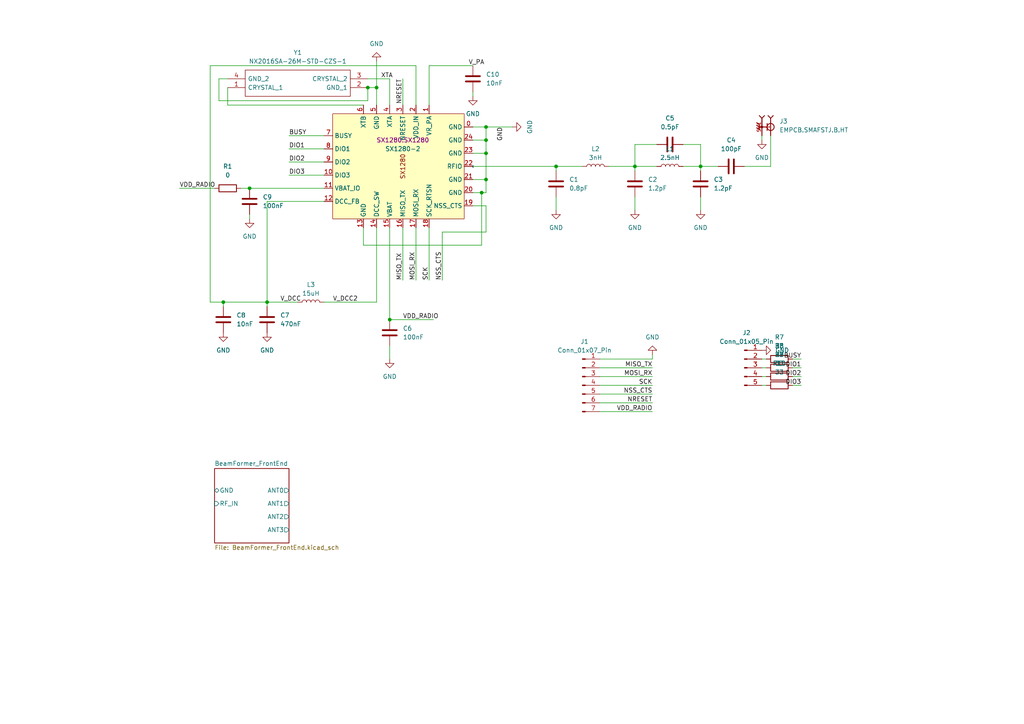
<source format=kicad_sch>
(kicad_sch (version 20230121) (generator eeschema)
  (paper "A4")
  (lib_symbols
    (symbol "Connector:Conn_01x05_Pin" (pin_names (offset 1.016) hide)
      (property "Reference" "J" (at 0 7.62 0))
      (property "Value" "Conn_01x05_Pin" (at 0 -7.62 0))
      (symbol "Conn_01x05_Pin_1_1"
        (polyline (pts (xy 1.27 -5.08) (xy 0.8636 -5.08)) (stroke (width 0.1524)))
        (polyline (pts (xy 1.27 -2.54) (xy 0.8636 -2.54)) (stroke (width 0.1524)))
        (polyline (pts (xy 1.27 0) (xy 0.8636 0)) (stroke (width 0.1524)))
        (polyline (pts (xy 1.27 2.54) (xy 0.8636 2.54)) (stroke (width 0.1524)))
        (polyline (pts (xy 1.27 5.08) (xy 0.8636 5.08)) (stroke (width 0.1524)))
        (rectangle (start 0.8636 -4.953) (end 0 -5.207) (stroke (width 0.1524)) (fill (type outline)))
        (rectangle (start 0.8636 -2.413) (end 0 -2.667) (stroke (width 0.1524)) (fill (type outline)))
        (rectangle (start 0.8636 0.127) (end 0 -0.127) (stroke (width 0.1524)) (fill (type outline)))
        (rectangle (start 0.8636 2.667) (end 0 2.413) (stroke (width 0.1524)) (fill (type outline)))
        (rectangle (start 0.8636 5.207) (end 0 4.953) (stroke (width 0.1524)) (fill (type outline)))
        (pin passive line (at 5.08 5.08 180) (length 3.81) (name "Pin_1") (number "1"))
        (pin passive line (at 5.08 2.54 180) (length 3.81) (name "Pin_2") (number "2"))
        (pin passive line (at 5.08 0 180) (length 3.81) (name "Pin_3") (number "3"))
        (pin passive line (at 5.08 -2.54 180) (length 3.81) (name "Pin_4") (number "4"))
        (pin passive line (at 5.08 -5.08 180) (length 3.81) (name "Pin_5") (number "5"))
      )
    )
    (symbol "Connector:Conn_01x07_Pin" (pin_names (offset 1.016) hide)
      (property "Reference" "J" (at 0 10.16 0))
      (property "Value" "Conn_01x07_Pin" (at 0 -10.16 0))
      (symbol "Conn_01x07_Pin_1_1"
        (polyline (pts (xy 1.27 -7.62) (xy 0.8636 -7.62)) (stroke (width 0.1524)))
        (polyline (pts (xy 1.27 -5.08) (xy 0.8636 -5.08)) (stroke (width 0.1524)))
        (polyline (pts (xy 1.27 -2.54) (xy 0.8636 -2.54)) (stroke (width 0.1524)))
        (polyline (pts (xy 1.27 0) (xy 0.8636 0)) (stroke (width 0.1524)))
        (polyline (pts (xy 1.27 2.54) (xy 0.8636 2.54)) (stroke (width 0.1524)))
        (polyline (pts (xy 1.27 5.08) (xy 0.8636 5.08)) (stroke (width 0.1524)))
        (polyline (pts (xy 1.27 7.62) (xy 0.8636 7.62)) (stroke (width 0.1524)))
        (rectangle (start 0.8636 -7.493) (end 0 -7.747) (stroke (width 0.1524)) (fill (type outline)))
        (rectangle (start 0.8636 -4.953) (end 0 -5.207) (stroke (width 0.1524)) (fill (type outline)))
        (rectangle (start 0.8636 -2.413) (end 0 -2.667) (stroke (width 0.1524)) (fill (type outline)))
        (rectangle (start 0.8636 0.127) (end 0 -0.127) (stroke (width 0.1524)) (fill (type outline)))
        (rectangle (start 0.8636 2.667) (end 0 2.413) (stroke (width 0.1524)) (fill (type outline)))
        (rectangle (start 0.8636 5.207) (end 0 4.953) (stroke (width 0.1524)) (fill (type outline)))
        (rectangle (start 0.8636 7.747) (end 0 7.493) (stroke (width 0.1524)) (fill (type outline)))
        (pin passive line (at 5.08 7.62 180) (length 3.81) (name "Pin_1") (number "1"))
        (pin passive line (at 5.08 5.08 180) (length 3.81) (name "Pin_2") (number "2"))
        (pin passive line (at 5.08 2.54 180) (length 3.81) (name "Pin_3") (number "3"))
        (pin passive line (at 5.08 0 180) (length 3.81) (name "Pin_4") (number "4"))
        (pin passive line (at 5.08 -2.54 180) (length 3.81) (name "Pin_5") (number "5"))
        (pin passive line (at 5.08 -5.08 180) (length 3.81) (name "Pin_6") (number "6"))
        (pin passive line (at 5.08 -7.62 180) (length 3.81) (name "Pin_7") (number "7"))
      )
    )
    (symbol "Device:C" (pin_numbers hide) (pin_names (offset 0.254))
      (property "Reference" "C" (at 0.635 2.54 0))
      (property "Value" "C" (at 0.635 -2.54 0))
      (symbol "C_0_1"
        (polyline (pts (xy -2.032 -0.762) (xy 2.032 -0.762)) (stroke (width 0.508)))
        (polyline (pts (xy -2.032 0.762) (xy 2.032 0.762)) (stroke (width 0.508)))
      )
      (symbol "C_1_1"
        (pin passive line (at 0 3.81 270) (length 2.794) (name "~") (number "1"))
        (pin passive line (at 0 -3.81 90) (length 2.794) (name "~") (number "2"))
      )
    )
    (symbol "Device:L" (pin_numbers hide) (pin_names (offset 1.016) hide)
      (property "Reference" "L" (at -1.27 0 90))
      (property "Value" "L" (at 1.905 0 90))
      (symbol "L_0_1"
        (arc (start 0 -2.54) (mid 0.6323 -1.905) (end 0 -1.27))
        (arc (start 0 -1.27) (mid 0.6323 -0.635) (end 0 0))
        (arc (start 0 0) (mid 0.6323 0.635) (end 0 1.27))
        (arc (start 0 1.27) (mid 0.6323 1.905) (end 0 2.54))
      )
      (symbol "L_1_1"
        (pin passive line (at 0 3.81 270) (length 1.27) (name "1") (number "1"))
        (pin passive line (at 0 -3.81 90) (length 1.27) (name "2") (number "2"))
      )
    )
    (symbol "Device:R" (pin_numbers hide) (pin_names (offset 0))
      (property "Reference" "R" (at 2.032 0 90))
      (property "Value" "R" (at 0 0 90))
      (symbol "R_0_1"
        (rectangle (start -1.016 -2.54) (end 1.016 2.54) (stroke (width 0.254)))
      )
      (symbol "R_1_1"
        (pin passive line (at 0 3.81 270) (length 1.27) (name "~") (number "1"))
        (pin passive line (at 0 -3.81 90) (length 1.27) (name "~") (number "2"))
      )
    )
    (symbol "EMPCB.SMAFSTJ.B.HT:EMPCB.SMAFSTJ.B.HT" (pin_names (offset 1.016))
      (property "Reference" "J" (at -3.8103 4.0644 0))
      (property "Value" "EMPCB.SMAFSTJ.B.HT" (at -4.067 -4.3211 0))
      (symbol "EMPCB.SMAFSTJ.B.HT_0_0"
        (polyline (pts (xy -3.302 -0.762) (xy -2.54 0)) (stroke (width 0.254)))
        (polyline (pts (xy -3.302 0.762) (xy -2.54 0)) (stroke (width 0.254)))
        (polyline (pts (xy -3.302 1.778) (xy -2.54 2.54)) (stroke (width 0.254)))
        (polyline (pts (xy -3.302 3.302) (xy -2.54 2.54)) (stroke (width 0.254)))
        (polyline (pts (xy -2.54 0) (xy 0 0)) (stroke (width 0.254)))
        (polyline (pts (xy -2.54 2.54) (xy 2.54 2.54)) (stroke (width 0.254)))
        (polyline (pts (xy -1.016 1.524) (xy 0 1.524)) (stroke (width 0.254)))
        (polyline (pts (xy -0.762 -0.762) (xy -1.27 -1.524)) (stroke (width 0.254)))
        (polyline (pts (xy 0 -0.762) (xy -0.762 -0.762)) (stroke (width 0.254)))
        (polyline (pts (xy 0 -0.762) (xy -0.508 -1.524)) (stroke (width 0.254)))
        (polyline (pts (xy 0 -0.762) (xy 0.762 -0.762)) (stroke (width 0.254)))
        (polyline (pts (xy 0 0) (xy -2.286 0)) (stroke (width 0.254)))
        (polyline (pts (xy 0 0) (xy 0 -0.762)) (stroke (width 0.254)))
        (polyline (pts (xy 0 1.524) (xy 0 0)) (stroke (width 0.254)))
        (polyline (pts (xy 0 1.524) (xy 1.016 1.524)) (stroke (width 0.254)))
        (polyline (pts (xy 0.762 -0.762) (xy 0.254 -1.524)) (stroke (width 0.254)))
        (polyline (pts (xy 2.54 0) (xy 0 0)) (stroke (width 0.254)))
        (circle (center 0 0) (radius 0.254) (stroke (width 0.254)))
        (circle (center 0 2.54) (radius 1.016) (stroke (width 0.254)))
        (pin passive line (at 2.54 2.54 180) (length 5.08) (name "~") (number "1"))
        (pin passive line (at 2.54 0 180) (length 5.08) (name "~") (number "SH1"))
      )
    )
    (symbol "NX2016SA-26M-STD-CZS-1:NX2016SA-26M-STD-CZS-1" (pin_names (offset 0.762))
      (property "Reference" "Y" (at 36.83 7.62 0))
      (property "Value" "NX2016SA-26M-STD-CZS-1" (at 36.83 5.08 0))
      (symbol "NX2016SA-26M-STD-CZS-1_0_0"
        (pin passive line (at 0 -2.54 0) (length 5.08) (name "CRYSTAL_1") (number "1"))
        (pin passive line (at 40.64 -2.54 180) (length 5.08) (name "GND_1") (number "2"))
        (pin passive line (at 40.64 0 180) (length 5.08) (name "CRYSTAL_2") (number "3"))
        (pin passive line (at 0 0 0) (length 5.08) (name "GND_2") (number "4"))
      )
      (symbol "NX2016SA-26M-STD-CZS-1_0_1"
        (polyline (pts (xy 5.08 2.54) (xy 35.56 2.54) (xy 35.56 -5.08) (xy 5.08 -5.08) (xy 5.08 2.54)) (stroke (width 0.1524)))
      )
    )
    (symbol "SX1280_3"
      (property "Reference" "SX1280-" (at 0 13.97 0))
      (property "Footprint" "SX1280:SX1280" (at 0 2.54 0))
      (symbol "SX1280_3_1_1"
        (rectangle (start -15.24 0) (end 15.24 -38.1) (fill (type background)))
        (text "SX1280\n" (at 0 -17.78 0) (effects (font (size 1.27 1.27))))
        (pin bidirectional line (at -11.43 2.54 270) (length 2.54) (name "GND") (number "0"))
        (pin bidirectional line (at -17.78 -10.16 0) (length 2.54) (name "VR_PA") (number "1"))
        (pin bidirectional line (at 2.54 -40.64 90) (length 2.54) (name "DIO3") (number "10"))
        (pin input line (at 6.35 -40.64 90) (length 2.54) (name "VBAT_IO") (number "11"))
        (pin output line (at 10.16 -40.64 90) (length 2.54) (name "DCC_FB") (number "12"))
        (pin bidirectional line (at 17.78 -29.21 180) (length 2.54) (name "GND") (number "13"))
        (pin input line (at 17.78 -25.4 180) (length 2.54) (name "DCC_SW") (number "14"))
        (pin input line (at 17.78 -21.59 180) (length 2.54) (name "VBAT") (number "15"))
        (pin input line (at 17.78 -17.78 180) (length 2.54) (name "MISO_TX") (number "16"))
        (pin input line (at 17.78 -13.97 180) (length 2.54) (name "MOSI_RX") (number "17"))
        (pin input line (at 17.78 -10.16 180) (length 2.54) (name "SCK_RTSN") (number "18"))
        (pin input line (at 11.43 2.54 270) (length 2.54) (name "NSS_CTS") (number "19"))
        (pin input line (at -17.78 -13.97 0) (length 2.54) (name "VDD_IN") (number "2"))
        (pin bidirectional line (at 7.62 2.54 270) (length 2.54) (name "GND") (number "20"))
        (pin bidirectional line (at 3.81 2.54 270) (length 2.54) (name "GND") (number "21"))
        (pin bidirectional line (at 0 2.54 270) (length 2.54) (name "RFIO") (number "22"))
        (pin bidirectional line (at -3.81 2.54 270) (length 2.54) (name "GND") (number "23"))
        (pin bidirectional line (at -7.62 2.54 270) (length 2.54) (name "GND") (number "24"))
        (pin input line (at -17.78 -17.78 0) (length 2.54) (name "NRESET") (number "3"))
        (pin bidirectional line (at -17.78 -21.59 0) (length 2.54) (name "XTA") (number "4"))
        (pin bidirectional line (at -17.78 -25.4 0) (length 2.54) (name "GND") (number "5"))
        (pin bidirectional line (at -17.78 -29.21 0) (length 2.54) (name "XTB") (number "6"))
        (pin output line (at -8.89 -40.64 90) (length 2.54) (name "BUSY") (number "7"))
        (pin bidirectional line (at -5.08 -40.64 90) (length 2.54) (name "DIO1") (number "8"))
        (pin bidirectional line (at -1.27 -40.64 90) (length 2.54) (name "DIO2") (number "9"))
      )
    )
    (symbol "power:GND" (power) (pin_names (offset 0))
      (property "Value" "GND" (at 0 -3.81 0))
      (symbol "GND_0_1"
        (polyline (pts (xy 0 0) (xy 0 -1.27) (xy 1.27 -1.27) (xy 0 -2.54) (xy -1.27 -1.27) (xy 0 -1.27)))
      )
      (symbol "GND_1_1"
        (pin power_in line (at 0 0 270) (length 0) hide (name "GND") (number "1"))
      )
    )
  )
  (junction (at 140.97 44.45))
  (junction (at 77.47 87.63))
  (junction (at 72.39 54.61))
  (junction (at 140.97 36.83))
  (junction (at 64.77 87.63))
  (junction (at 109.22 25.4))
  (junction (at 140.97 40.64))
  (junction (at 113.03 92.71))
  (junction (at 139.7 55.88))
  (junction (at 161.29 48.26))
  (junction (at 203.2 48.26))
  (junction (at 106.68 25.4))
  (junction (at 140.97 52.07))
  (junction (at 184.15 48.26))
  (wire (pts (xy 220.98 39.37) (xy 220.98 40.64)))
  (wire (pts (xy 173.99 114.3) (xy 189.23 114.3)))
  (wire (pts (xy 83.82 43.18) (xy 93.98 43.18)))
  (wire (pts (xy 140.97 36.83) (xy 140.97 40.64)))
  (wire (pts (xy 83.82 50.8) (xy 93.98 50.8)))
  (wire (pts (xy 137.16 26.67) (xy 137.16 27.94)))
  (wire (pts (xy 105.41 66.04) (xy 105.41 71.12)))
  (wire (pts (xy 128.27 67.31) (xy 128.27 81.28)))
  (wire (pts (xy 66.04 30.48) (xy 105.41 30.48)))
  (wire (pts (xy 69.85 54.61) (xy 72.39 54.61)))
  (wire (pts (xy 120.65 66.04) (xy 120.65 81.28)))
  (wire (pts (xy 184.15 48.26) (xy 190.5 48.26)))
  (wire (pts (xy 64.77 87.63) (xy 60.96 87.63)))
  (wire (pts (xy 223.52 39.37) (xy 223.52 48.26)))
  (wire (pts (xy 229.87 109.22) (xy 232.41 109.22)))
  (wire (pts (xy 72.39 54.61) (xy 93.98 54.61)))
  (wire (pts (xy 60.96 19.05) (xy 120.65 19.05)))
  (wire (pts (xy 184.15 48.26) (xy 184.15 49.53)))
  (wire (pts (xy 198.12 41.91) (xy 203.2 41.91)))
  (wire (pts (xy 140.97 55.88) (xy 140.97 52.07)))
  (wire (pts (xy 168.91 48.26) (xy 161.29 48.26)))
  (wire (pts (xy 77.47 58.42) (xy 77.47 87.63)))
  (wire (pts (xy 140.97 44.45) (xy 137.16 44.45)))
  (wire (pts (xy 161.29 48.26) (xy 161.29 49.53)))
  (wire (pts (xy 52.07 54.61) (xy 62.23 54.61)))
  (wire (pts (xy 83.82 39.37) (xy 93.98 39.37)))
  (wire (pts (xy 124.46 30.48) (xy 124.46 19.05)))
  (wire (pts (xy 113.03 100.33) (xy 113.03 104.14)))
  (wire (pts (xy 93.98 58.42) (xy 77.47 58.42)))
  (wire (pts (xy 116.84 66.04) (xy 116.84 81.28)))
  (wire (pts (xy 190.5 41.91) (xy 184.15 41.91)))
  (wire (pts (xy 66.04 25.4) (xy 66.04 30.48)))
  (wire (pts (xy 203.2 57.15) (xy 203.2 60.96)))
  (wire (pts (xy 184.15 41.91) (xy 184.15 48.26)))
  (wire (pts (xy 113.03 30.48) (xy 113.03 22.86)))
  (wire (pts (xy 139.7 71.12) (xy 139.7 55.88)))
  (wire (pts (xy 215.9 48.26) (xy 223.52 48.26)))
  (wire (pts (xy 77.47 87.63) (xy 77.47 88.9)))
  (wire (pts (xy 173.99 119.38) (xy 189.23 119.38)))
  (wire (pts (xy 203.2 41.91) (xy 203.2 48.26)))
  (wire (pts (xy 72.39 62.23) (xy 72.39 63.5)))
  (wire (pts (xy 124.46 66.04) (xy 124.46 81.28)))
  (wire (pts (xy 106.68 29.21) (xy 106.68 25.4)))
  (wire (pts (xy 137.16 48.26) (xy 161.29 48.26)))
  (wire (pts (xy 184.15 57.15) (xy 184.15 60.96)))
  (wire (pts (xy 137.16 52.07) (xy 140.97 52.07)))
  (wire (pts (xy 120.65 19.05) (xy 120.65 30.48)))
  (wire (pts (xy 140.97 40.64) (xy 137.16 40.64)))
  (wire (pts (xy 124.46 19.05) (xy 137.16 19.05)))
  (wire (pts (xy 64.77 87.63) (xy 64.77 88.9)))
  (wire (pts (xy 140.97 67.31) (xy 128.27 67.31)))
  (wire (pts (xy 229.87 106.68) (xy 232.41 106.68)))
  (wire (pts (xy 176.53 48.26) (xy 184.15 48.26)))
  (wire (pts (xy 220.98 109.22) (xy 222.25 109.22)))
  (wire (pts (xy 140.97 59.69) (xy 140.97 67.31)))
  (wire (pts (xy 113.03 66.04) (xy 113.03 92.71)))
  (wire (pts (xy 83.82 46.99) (xy 93.98 46.99)))
  (wire (pts (xy 116.84 22.86) (xy 116.84 30.48)))
  (wire (pts (xy 173.99 109.22) (xy 189.23 109.22)))
  (wire (pts (xy 161.29 57.15) (xy 161.29 60.96)))
  (wire (pts (xy 63.5 29.21) (xy 106.68 29.21)))
  (wire (pts (xy 77.47 87.63) (xy 86.36 87.63)))
  (wire (pts (xy 113.03 92.71) (xy 125.73 92.71)))
  (wire (pts (xy 106.68 25.4) (xy 109.22 25.4)))
  (wire (pts (xy 220.98 111.76) (xy 222.25 111.76)))
  (wire (pts (xy 109.22 66.04) (xy 109.22 87.63)))
  (wire (pts (xy 60.96 87.63) (xy 60.96 19.05)))
  (wire (pts (xy 105.41 71.12) (xy 139.7 71.12)))
  (wire (pts (xy 173.99 104.14) (xy 189.23 104.14)))
  (wire (pts (xy 203.2 48.26) (xy 208.28 48.26)))
  (wire (pts (xy 229.87 104.14) (xy 232.41 104.14)))
  (wire (pts (xy 63.5 22.86) (xy 63.5 29.21)))
  (wire (pts (xy 109.22 87.63) (xy 93.98 87.63)))
  (wire (pts (xy 140.97 36.83) (xy 137.16 36.83)))
  (wire (pts (xy 137.16 59.69) (xy 140.97 59.69)))
  (wire (pts (xy 189.23 102.87) (xy 189.23 104.14)))
  (wire (pts (xy 140.97 40.64) (xy 140.97 44.45)))
  (wire (pts (xy 64.77 87.63) (xy 77.47 87.63)))
  (wire (pts (xy 109.22 17.78) (xy 109.22 25.4)))
  (wire (pts (xy 148.59 36.83) (xy 140.97 36.83)))
  (wire (pts (xy 229.87 111.76) (xy 232.41 111.76)))
  (wire (pts (xy 220.98 106.68) (xy 222.25 106.68)))
  (wire (pts (xy 198.12 48.26) (xy 203.2 48.26)))
  (wire (pts (xy 173.99 111.76) (xy 189.23 111.76)))
  (wire (pts (xy 137.16 55.88) (xy 139.7 55.88)))
  (wire (pts (xy 220.98 104.14) (xy 222.25 104.14)))
  (wire (pts (xy 203.2 48.26) (xy 203.2 49.53)))
  (wire (pts (xy 113.03 22.86) (xy 106.68 22.86)))
  (wire (pts (xy 140.97 52.07) (xy 140.97 44.45)))
  (wire (pts (xy 173.99 106.68) (xy 189.23 106.68)))
  (wire (pts (xy 109.22 25.4) (xy 109.22 30.48)))
  (wire (pts (xy 139.7 55.88) (xy 140.97 55.88)))
  (wire (pts (xy 173.99 116.84) (xy 189.23 116.84)))
  (wire (pts (xy 66.04 22.86) (xy 63.5 22.86)))
  (label "BUSY" (at 232.41 104.14 180))
  (label "V_PA" (at 135.89 19.05 0))
  (label "NSS_CTS" (at 189.23 114.3 180))
  (label "NRESET" (at 189.23 116.84 180))
  (label "DIO3" (at 232.41 111.76 180))
  (label "V_DCC2" (at 96.52 87.63 0))
  (label "DIO2" (at 232.41 109.22 180))
  (label "MISO_TX" (at 116.84 81.28 90))
  (label "SCK" (at 124.46 81.28 90))
  (label "MISO_TX" (at 189.23 106.68 180))
  (label "VDD_RADIO" (at 116.84 92.71 0))
  (label "DIO2" (at 83.82 46.99 0))
  (label "BUSY" (at 83.82 39.37 0))
  (label "DIO1" (at 232.41 106.68 180))
  (label "DIO3" (at 83.82 50.8 0))
  (label "MOSI_RX" (at 120.65 81.28 90))
  (label "XTA" (at 110.49 22.86 0))
  (label "DIO1" (at 83.82 43.18 0))
  (label "GND" (at 146.05 36.83 270))
  (label "V_DCC" (at 81.28 87.63 0))
  (label "VDD_RADIO" (at 52.07 54.61 0))
  (label "NRESET" (at 116.84 22.86 270))
  (label "MOSI_RX" (at 189.23 109.22 180))
  (label "VDD_RADIO" (at 189.23 119.38 180))
  (label "SCK" (at 189.23 111.76 180))
  (label "NSS_CTS" (at 128.27 81.28 90))
  (symbol (lib_id "Device:C") (at 203.2 53.34 0) (unit 1)
    (property "Reference" "C3" (at 207.01 52.07 0) (effects (justify left)))
    (property "Value" "1.2pF" (at 207.01 54.61 0) (effects (justify left)))
    (property "Footprint" "Capacitor_SMD:C_0402_1005Metric" (effects hide))
  )
  (symbol (lib_id "Device:C") (at 212.09 48.26 90) (unit 1)
    (property "Reference" "C4" (at 212.09 40.64 90))
    (property "Value" "100pF" (at 212.09 43.18 90))
    (property "Footprint" "Capacitor_SMD:C_0402_1005Metric" (effects hide))
  )
  (symbol (lib_id "power:GND") (at 184.15 60.96 0) (unit 1)
    (property "Reference" "#PWR03" (effects hide))
    (property "Value" "GND" (at 184.15 66.04 0))
  )
  (symbol (lib_id "power:GND") (at 148.59 36.83 90) (unit 1)
    (property "Reference" "#PWR01" (effects hide))
    (property "Value" "GND" (at 153.67 36.83 0))
  )
  (symbol (lib_id "Device:C") (at 184.15 53.34 0) (unit 1)
    (property "Reference" "C2" (at 187.96 52.07 0) (effects (justify left)))
    (property "Value" "1.2pF" (at 187.96 54.61 0) (effects (justify left)))
    (property "Footprint" "Capacitor_SMD:C_0402_1005Metric" (effects hide))
  )
  (symbol (lib_id "Device:C") (at 137.16 22.86 0) (unit 1)
    (property "Reference" "C10" (at 140.97 21.59 0) (effects (justify left)))
    (property "Value" "10nF" (at 140.97 24.13 0) (effects (justify left)))
    (property "Footprint" "Capacitor_SMD:C_0402_1005Metric" (effects hide))
  )
  (symbol (lib_id "power:GND") (at 137.16 27.94 0) (unit 1)
    (property "Reference" "#PWR09" (effects hide))
    (property "Value" "GND" (at 137.16 33.02 0))
  )
  (symbol (lib_id "Device:R") (at 226.06 106.68 90) (unit 1)
    (property "Reference" "R8" (at 226.06 100.33 90))
    (property "Value" "33" (at 226.06 102.87 90))
    (property "Footprint" "Resistor_SMD:R_0402_1005Metric" (effects hide))
  )
  (symbol (lib_id "NX2016SA-26M-STD-CZS-1:NX2016SA-26M-STD-CZS-1") (at 66.04 22.86 0) (unit 1)
    (property "Reference" "Y1" (at 86.36 15.24 0))
    (property "Value" "NX2016SA-26M-STD-CZS-1" (at 86.36 17.78 0))
    (property "Footprint" "NX2016SA26MSTDCZS1" (effects hide))
    (property "Datasheet" "https://www.mouser.in/datasheet/2/905/c_NX2016SA_STD_CZS_1_e-1387356.pdf" (effects hide))
    (property "Description" "NDK 26MHz Crystal Unit +/-15ppm SMD 4-Pin 2 x 1.6 x 0.45mm" (effects hide))
    (property "Height" "0.5" (effects hide))
    (property "Mouser Part Number" "344-NX2016SA26MSTZS1" (effects hide))
    (property "Mouser Price/Stock" "https://www.mouser.co.uk/ProductDetail/NDK/NX2016SA-26M-STD-CZS-1?qs=w%2Fv1CP2dgqrS4nh%252B37d6Xg%3D%3D" (effects hide))
    (property "Manufacturer_Name" "NDK" (effects hide))
    (property "Manufacturer_Part_Number" "NX2016SA-26M-STD-CZS-1" (effects hide))
  )
  (symbol (lib_id "Device:R") (at 226.06 104.14 90) (unit 1)
    (property "Reference" "R7" (at 226.06 97.79 90))
    (property "Value" "33" (at 226.06 100.33 90))
    (property "Footprint" "Resistor_SMD:R_0402_1005Metric" (effects hide))
  )
  (symbol (lib_id "Device:C") (at 72.39 58.42 0) (unit 1)
    (property "Reference" "C9" (at 76.2 57.15 0) (effects (justify left)))
    (property "Value" "100nF" (at 76.2 59.69 0) (effects (justify left)))
    (property "Footprint" "Capacitor_SMD:C_0402_1005Metric" (effects hide))
  )
  (symbol (lib_name "SX1280_3") (lib_id "RF_SX1280:SX1280") (at 134.62 48.26 270) (unit 1)
    (property "Reference" "SX1280-2" (at 116.84 43.18 90))
    (property "Value" "~" (at 137.16 48.26 0))
    (property "Footprint" "SX1280:SX1280" (at 116.84 40.64 90))
    (property "Datasheet" "https://www.tme.eu/Document/1042f35a88b6ee421559d19923804032/SX128x.pdf" (effects hide))
  )
  (symbol (lib_id "power:GND") (at 161.29 60.96 0) (unit 1)
    (property "Reference" "#PWR02" (effects hide))
    (property "Value" "GND" (at 161.29 66.04 0))
  )
  (symbol (lib_id "power:GND") (at 109.22 17.78 180) (unit 1)
    (property "Reference" "#PWR010" (effects hide))
    (property "Value" "GND" (at 109.22 12.7 0))
  )
  (symbol (lib_id "Device:C") (at 194.31 41.91 90) (unit 1)
    (property "Reference" "C5" (at 194.31 34.29 90))
    (property "Value" "0.5pF" (at 194.31 36.83 90))
    (property "Footprint" "Capacitor_SMD:C_0402_1005Metric" (effects hide))
  )
  (symbol (lib_id "power:GND") (at 220.98 40.64 0) (unit 1)
    (property "Reference" "#PWR011" (effects hide))
    (property "Value" "GND" (at 220.98 45.72 0))
  )
  (symbol (lib_id "Device:R") (at 66.04 54.61 90) (unit 1)
    (property "Reference" "R1" (at 66.04 48.26 90))
    (property "Value" "0" (at 66.04 50.8 90))
    (property "Footprint" "Resistor_SMD:R_0402_1005Metric" (effects hide))
  )
  (symbol (lib_id "Device:L") (at 172.72 48.26 90) (unit 1)
    (property "Reference" "L2" (at 172.72 43.18 90))
    (property "Value" "3nH" (at 172.72 45.72 90))
    (property "Footprint" "Inductor_SMD:L_0402_1005Metric" (effects hide))
  )
  (symbol (lib_id "power:GND") (at 220.98 101.6 90) (unit 1)
    (property "Reference" "#PWR014" (effects hide))
    (property "Value" "GND" (at 224.79 101.6 90) (effects (justify right)))
  )
  (symbol (lib_id "power:GND") (at 203.2 60.96 0) (unit 1)
    (property "Reference" "#PWR04" (effects hide))
    (property "Value" "GND" (at 203.2 66.04 0))
  )
  (symbol (lib_id "power:GND") (at 64.77 96.52 0) (unit 1)
    (property "Reference" "#PWR06" (effects hide))
    (property "Value" "GND" (at 64.77 101.6 0))
  )
  (symbol (lib_id "Device:C") (at 113.03 96.52 0) (unit 1)
    (property "Reference" "C6" (at 116.84 95.25 0) (effects (justify left)))
    (property "Value" "100nF" (at 116.84 97.79 0) (effects (justify left)))
    (property "Footprint" "Capacitor_SMD:C_0402_1005Metric" (effects hide))
  )
  (symbol (lib_id "Device:L") (at 90.17 87.63 90) (unit 1)
    (property "Reference" "L3" (at 90.17 82.55 90))
    (property "Value" "15uH" (at 90.17 85.09 90))
    (property "Footprint" "Inductor_SMD:L_0805_2012Metric" (effects hide))
  )
  (symbol (lib_id "power:GND") (at 72.39 63.5 0) (unit 1)
    (property "Reference" "#PWR08" (effects hide))
    (property "Value" "GND" (at 72.39 68.58 0))
  )
  (symbol (lib_id "power:GND") (at 113.03 104.14 0) (unit 1)
    (property "Reference" "#PWR05" (effects hide))
    (property "Value" "GND" (at 113.03 109.22 0))
  )
  (symbol (lib_id "Device:C") (at 77.47 92.71 0) (unit 1)
    (property "Reference" "C7" (at 81.28 91.44 0) (effects (justify left)))
    (property "Value" "470nF" (at 81.28 93.98 0) (effects (justify left)))
    (property "Footprint" "Capacitor_SMD:C_0402_1005Metric" (effects hide))
  )
  (symbol (lib_id "EMPCB.SMAFSTJ.B.HT:EMPCB.SMAFSTJ.B.HT") (at 220.98 36.83 270) (unit 1)
    (property "Reference" "J3" (at 226.06 35.179 90) (effects (justify left)))
    (property "Value" "EMPCB.SMAFSTJ.B.HT" (at 226.06 37.719 90) (effects (justify left)))
    (property "Footprint" "footprints:TAOGLAS_EMPCB.SMAFSTJ.B.HT" (effects hide))
    (property "MANUFACTURER" "TAOGLAS" (effects hide))
    (property "STANDARD" "Manufacturer Recommendation" (effects hide))
  )
  (symbol (lib_id "Device:C") (at 64.77 92.71 0) (unit 1)
    (property "Reference" "C8" (at 68.58 91.44 0) (effects (justify left)))
    (property "Value" "10nF" (at 68.58 93.98 0) (effects (justify left)))
    (property "Footprint" "Capacitor_SMD:C_0402_1005Metric" (effects hide))
  )
  (symbol (lib_id "power:GND") (at 189.23 102.87 180) (unit 1)
    (property "Reference" "#PWR012" (effects hide))
    (property "Value" "GND" (at 189.23 97.79 0))
  )
  (symbol (lib_id "Device:L") (at 194.31 48.26 90) (unit 1)
    (property "Reference" "L1" (at 194.31 43.18 90))
    (property "Value" "2.5nH" (at 194.31 45.72 90))
    (property "Footprint" "Inductor_SMD:L_0402_1005Metric" (effects hide))
  )
  (symbol (lib_id "Device:R") (at 226.06 109.22 90) (unit 1)
    (property "Reference" "R9" (at 226.06 102.87 90))
    (property "Value" "33" (at 226.06 105.41 90))
    (property "Footprint" "Resistor_SMD:R_0402_1005Metric" (effects hide))
  )
  (symbol (lib_id "Device:R") (at 226.06 111.76 90) (unit 1)
    (property "Reference" "R10" (at 226.06 105.41 90))
    (property "Value" "33" (at 226.06 107.95 90))
    (property "Footprint" "Resistor_SMD:R_0402_1005Metric" (effects hide))
  )
  (symbol (lib_id "power:GND") (at 77.47 96.52 0) (unit 1)
    (property "Reference" "#PWR07" (effects hide))
    (property "Value" "GND" (at 77.47 101.6 0))
  )
  (symbol (lib_id "Connector:Conn_01x07_Pin") (at 168.91 111.76 0) (unit 1)
    (property "Reference" "J1" (at 169.545 99.06 0))
    (property "Value" "Conn_01x07_Pin" (at 169.545 101.6 0))
    (property "Footprint" "Connector_PinHeader_2.00mm:PinHeader_1x07_P2.00mm_Vertical" (effects hide))
  )
  (symbol (lib_id "Device:C") (at 161.29 53.34 0) (unit 1)
    (property "Reference" "C1" (at 165.1 52.07 0) (effects (justify left)))
    (property "Value" "0.8pF" (at 165.1 54.61 0) (effects (justify left)))
    (property "Footprint" "Capacitor_SMD:C_0402_1005Metric" (effects hide))
  )
  (symbol (lib_id "Connector:Conn_01x05_Pin") (at 215.9 106.68 0) (unit 1)
    (property "Reference" "J2" (at 216.535 96.52 0))
    (property "Value" "Conn_01x05_Pin" (at 216.535 99.06 0))
    (property "Footprint" "Connector_PinHeader_2.00mm:PinHeader_1x05_P2.00mm_Vertical" (effects hide))
  )
  (sheet (at 62.23 135.89) (size 21.59 21.59) (stroke (width 0.1524))
    (property "Sheetname" "BeamFormer_FrontEnd" (at 62.23 135.1784 0) (effects (justify left bottom)))
    (property "Sheetfile" "BeamFormer_FrontEnd.kicad_sch" (at 62.23 158.0646 0) (effects (justify left top)))
    (pin "GND" bidirectional (at 62.23 142.24 180))
    (pin "RF_IN" input (at 62.23 146.05 180))
    (pin "ANT0" output (at 83.82 142.24 0))
    (pin "ANT2" output (at 83.82 149.86 0))
    (pin "ANT1" output (at 83.82 146.05 0))
    (pin "ANT3" output (at 83.82 153.67 0))
  )
)
</source>
